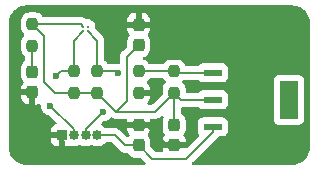
<source format=gbr>
%TF.GenerationSoftware,KiCad,Pcbnew,9.0.7*%
%TF.CreationDate,2026-01-29T16:33:12-08:00*%
%TF.ProjectId,Lab3,4c616233-2e6b-4696-9361-645f70636258,rev?*%
%TF.SameCoordinates,Original*%
%TF.FileFunction,Copper,L1,Top*%
%TF.FilePolarity,Positive*%
%FSLAX46Y46*%
G04 Gerber Fmt 4.6, Leading zero omitted, Abs format (unit mm)*
G04 Created by KiCad (PCBNEW 9.0.7) date 2026-01-29 16:33:12*
%MOMM*%
%LPD*%
G01*
G04 APERTURE LIST*
G04 Aperture macros list*
%AMRoundRect*
0 Rectangle with rounded corners*
0 $1 Rounding radius*
0 $2 $3 $4 $5 $6 $7 $8 $9 X,Y pos of 4 corners*
0 Add a 4 corners polygon primitive as box body*
4,1,4,$2,$3,$4,$5,$6,$7,$8,$9,$2,$3,0*
0 Add four circle primitives for the rounded corners*
1,1,$1+$1,$2,$3*
1,1,$1+$1,$4,$5*
1,1,$1+$1,$6,$7*
1,1,$1+$1,$8,$9*
0 Add four rect primitives between the rounded corners*
20,1,$1+$1,$2,$3,$4,$5,0*
20,1,$1+$1,$4,$5,$6,$7,0*
20,1,$1+$1,$6,$7,$8,$9,0*
20,1,$1+$1,$8,$9,$2,$3,0*%
G04 Aperture macros list end*
%TA.AperFunction,EtchedComponent*%
%ADD10C,0.000000*%
%TD*%
%TA.AperFunction,SMDPad,CuDef*%
%ADD11RoundRect,0.237500X-0.237500X0.250000X-0.237500X-0.250000X0.237500X-0.250000X0.237500X0.250000X0*%
%TD*%
%TA.AperFunction,SMDPad,CuDef*%
%ADD12RoundRect,0.237500X-0.237500X0.300000X-0.237500X-0.300000X0.237500X-0.300000X0.237500X0.300000X0*%
%TD*%
%TA.AperFunction,ComponentPad*%
%ADD13C,0.850000*%
%TD*%
%TA.AperFunction,ComponentPad*%
%ADD14R,0.850000X0.850000*%
%TD*%
%TA.AperFunction,SMDPad,CuDef*%
%ADD15RoundRect,0.237500X0.237500X-0.300000X0.237500X0.300000X-0.237500X0.300000X-0.237500X-0.300000X0*%
%TD*%
%TA.AperFunction,SMDPad,CuDef*%
%ADD16RoundRect,0.237500X0.237500X-0.250000X0.237500X0.250000X-0.237500X0.250000X-0.237500X-0.250000X0*%
%TD*%
%TA.AperFunction,SMDPad,CuDef*%
%ADD17C,0.203200*%
%TD*%
%TA.AperFunction,SMDPad,CuDef*%
%ADD18RoundRect,0.237500X0.237500X-0.287500X0.237500X0.287500X-0.237500X0.287500X-0.237500X-0.287500X0*%
%TD*%
%TA.AperFunction,SMDPad,CuDef*%
%ADD19R,1.549400X0.609600*%
%TD*%
%TA.AperFunction,ViaPad*%
%ADD20C,0.600000*%
%TD*%
%TA.AperFunction,Conductor*%
%ADD21C,0.200000*%
%TD*%
G04 APERTURE END LIST*
D10*
%TA.AperFunction,EtchedComponent*%
%TO.C,U1*%
G36*
X137500500Y-85125600D02*
G01*
X135951100Y-85125600D01*
X135951100Y-81874400D01*
X137500500Y-81874400D01*
X137500500Y-85125600D01*
G37*
%TD.AperFunction*%
%TD*%
D11*
%TO.P,R5,1*%
%TO.N,Net-(U1-ADJUST)*%
X127000000Y-81087500D03*
%TO.P,R5,2*%
%TO.N,+3V3*%
X127000000Y-82912500D03*
%TD*%
D12*
%TO.P,C3,2*%
%TO.N,GND*%
X127000000Y-87362500D03*
%TO.P,C3,1*%
%TO.N,+3V3*%
X127000000Y-85637500D03*
%TD*%
D13*
%TO.P,J1,4,Pin_4*%
%TO.N,VCC*%
X120500000Y-86500000D03*
%TO.P,J1,3,Pin_3*%
%TO.N,/SCL*%
X119500000Y-86500000D03*
%TO.P,J1,2,Pin_2*%
%TO.N,/SDA*%
X118500000Y-86500000D03*
D14*
%TO.P,J1,1,Pin_1*%
%TO.N,GND*%
X117500000Y-86500000D03*
%TD*%
D15*
%TO.P,C2,2*%
%TO.N,GND*%
X124000000Y-85637500D03*
%TO.P,C2,1*%
%TO.N,VCC*%
X124000000Y-87362500D03*
%TD*%
D16*
%TO.P,R4,1*%
%TO.N,GND*%
X124000000Y-82912500D03*
%TO.P,R4,2*%
%TO.N,Net-(U1-ADJUST)*%
X124000000Y-81087500D03*
%TD*%
%TO.P,R3,1*%
%TO.N,+3V3*%
X118500000Y-82912500D03*
%TO.P,R3,2*%
%TO.N,/SDA*%
X118500000Y-81087500D03*
%TD*%
%TO.P,R2,1*%
%TO.N,+3V3*%
X120500000Y-82912500D03*
%TO.P,R2,2*%
%TO.N,/SCL*%
X120500000Y-81087500D03*
%TD*%
D11*
%TO.P,R1,1*%
%TO.N,+3V3*%
X115000000Y-77087500D03*
%TO.P,R1,2*%
%TO.N,Net-(D1-A)*%
X115000000Y-78912500D03*
%TD*%
D12*
%TO.P,C1,1*%
%TO.N,GND*%
X124000000Y-77137500D03*
%TO.P,C1,2*%
%TO.N,+3V3*%
X124000000Y-78862500D03*
%TD*%
D17*
%TO.P,U2,B2,SDA*%
%TO.N,/SDA*%
X119300000Y-77700000D03*
%TO.P,U2,B1,VDD*%
%TO.N,+3V3*%
X119300000Y-77300000D03*
%TO.P,U2,A2,SCL*%
%TO.N,/SCL*%
X119700000Y-77700000D03*
%TO.P,U2,A1,VSA*%
%TO.N,GND*%
X119700000Y-77300000D03*
%TD*%
D18*
%TO.P,D1,2,A*%
%TO.N,Net-(D1-A)*%
X115000000Y-81125000D03*
%TO.P,D1,1,K*%
%TO.N,GND*%
X115000000Y-82875000D03*
%TD*%
D19*
%TO.P,U1,1,ADJUST*%
%TO.N,Net-(U1-ADJUST)*%
X130274200Y-81201300D03*
%TO.P,U1,2,VOUT*%
%TO.N,+3V3*%
X130274200Y-83500000D03*
%TO.P,U1,3,VIN*%
%TO.N,VCC*%
X130274200Y-85798700D03*
%TD*%
D20*
%TO.N,GND*%
X125500000Y-82500000D03*
%TO.N,/SCL*%
X122250000Y-81250000D03*
%TO.N,/SDA*%
X117000000Y-81500000D03*
X116500000Y-84000000D03*
%TO.N,/SCL*%
X121000000Y-84500000D03*
%TD*%
D21*
%TO.N,GND*%
X125087500Y-82912500D02*
X125500000Y-82500000D01*
X124000000Y-82912500D02*
X125087500Y-82912500D01*
%TO.N,+3V3*%
X125412500Y-84500000D02*
X122087500Y-84500000D01*
X120500000Y-82912500D02*
X118500000Y-82912500D01*
%TO.N,/SDA*%
X118500000Y-81087500D02*
X117412500Y-81087500D01*
X118500000Y-86000000D02*
X118500000Y-86500000D01*
X117412500Y-81087500D02*
X117000000Y-81500000D01*
X116500000Y-84000000D02*
X118500000Y-86000000D01*
%TO.N,+3V3*%
X116912500Y-82912500D02*
X116000000Y-82000000D01*
X118500000Y-82912500D02*
X116912500Y-82912500D01*
X116000000Y-82000000D02*
X116000000Y-78087500D01*
X116000000Y-78087500D02*
X115000000Y-77087500D01*
%TO.N,/SDA*%
X118500000Y-81087500D02*
X118500000Y-78500000D01*
X118500000Y-78500000D02*
X119297400Y-77702600D01*
%TO.N,/SCL*%
X120500000Y-81087500D02*
X120500000Y-78500000D01*
X120500000Y-78500000D02*
X119702600Y-77702600D01*
%TO.N,+3V3*%
X127000000Y-82912500D02*
X125412500Y-84500000D01*
X122087500Y-84500000D02*
X120500000Y-82912500D01*
X115000000Y-77087500D02*
X119087500Y-77087500D01*
%TO.N,Net-(D1-A)*%
X115000000Y-78912500D02*
X115000000Y-81125000D01*
%TO.N,+3V3*%
X119087500Y-77087500D02*
X119297400Y-77297400D01*
%TO.N,GND*%
X127000000Y-87362500D02*
X126362500Y-87362500D01*
X126362500Y-87362500D02*
X124637500Y-85637500D01*
X124637500Y-85637500D02*
X124000000Y-85637500D01*
%TO.N,VCC*%
X130274200Y-86225800D02*
X128000000Y-88500000D01*
X130274200Y-85798700D02*
X130274200Y-86225800D01*
X128000000Y-88500000D02*
X125137500Y-88500000D01*
X125137500Y-88500000D02*
X124000000Y-87362500D01*
%TO.N,+3V3*%
X127000000Y-85637500D02*
X127000000Y-82912500D01*
X130274200Y-83500000D02*
X127587500Y-83500000D01*
%TO.N,VCC*%
X120500000Y-86500000D02*
X122000000Y-86500000D01*
X122862500Y-87362500D02*
X124000000Y-87362500D01*
X122000000Y-86500000D02*
X122862500Y-87362500D01*
%TO.N,GND*%
X124000000Y-77137500D02*
X123859900Y-76997400D01*
%TO.N,+3V3*%
X127587500Y-83500000D02*
X127000000Y-82912500D01*
%TO.N,Net-(U1-ADJUST)*%
X127000000Y-81087500D02*
X124000000Y-81087500D01*
X130274200Y-81201300D02*
X127113800Y-81201300D01*
X127113800Y-81201300D02*
X127000000Y-81087500D01*
%TO.N,/SCL*%
X119500000Y-86000000D02*
X121000000Y-84500000D01*
X119500000Y-86500000D02*
X119500000Y-86000000D01*
X122250000Y-81250000D02*
X122087500Y-81087500D01*
X122087500Y-81087500D02*
X120500000Y-81087500D01*
%TO.N,+3V3*%
X123000000Y-83587500D02*
X122087500Y-84500000D01*
X123000000Y-79862500D02*
X123000000Y-83587500D01*
X124000000Y-78862500D02*
X123000000Y-79862500D01*
%TD*%
%TA.AperFunction,Conductor*%
%TO.N,GND*%
G36*
X137004418Y-75500816D02*
G01*
X137204561Y-75515130D01*
X137222063Y-75517647D01*
X137413797Y-75559355D01*
X137430755Y-75564334D01*
X137614609Y-75632909D01*
X137630701Y-75640259D01*
X137802904Y-75734288D01*
X137817784Y-75743849D01*
X137974867Y-75861441D01*
X137988237Y-75873027D01*
X138126972Y-76011762D01*
X138138558Y-76025132D01*
X138242926Y-76164551D01*
X138256146Y-76182210D01*
X138265711Y-76197095D01*
X138359740Y-76369298D01*
X138367090Y-76385390D01*
X138435662Y-76569236D01*
X138440646Y-76586212D01*
X138482351Y-76777931D01*
X138484869Y-76795442D01*
X138499184Y-76995580D01*
X138499500Y-77004427D01*
X138499500Y-87495572D01*
X138499184Y-87504419D01*
X138484869Y-87704557D01*
X138482351Y-87722068D01*
X138440646Y-87913787D01*
X138435662Y-87930763D01*
X138367090Y-88114609D01*
X138359740Y-88130701D01*
X138265711Y-88302904D01*
X138256146Y-88317789D01*
X138138558Y-88474867D01*
X138126972Y-88488237D01*
X137988237Y-88626972D01*
X137974867Y-88638558D01*
X137817789Y-88756146D01*
X137802904Y-88765711D01*
X137630701Y-88859740D01*
X137614609Y-88867090D01*
X137430763Y-88935662D01*
X137413787Y-88940646D01*
X137222068Y-88982351D01*
X137204557Y-88984869D01*
X137023779Y-88997799D01*
X137004417Y-88999184D01*
X136995572Y-88999500D01*
X128649096Y-88999500D01*
X128582057Y-88979815D01*
X128536302Y-88927011D01*
X128526358Y-88857853D01*
X128555383Y-88794297D01*
X128561415Y-88787819D01*
X129586337Y-87762897D01*
X130642913Y-86706321D01*
X130642916Y-86706320D01*
X130708919Y-86640315D01*
X130761111Y-86611818D01*
X130770240Y-86606833D01*
X130770241Y-86606832D01*
X130770246Y-86606832D01*
X130796599Y-86603999D01*
X131096771Y-86603999D01*
X131096772Y-86603999D01*
X131156383Y-86597591D01*
X131291231Y-86547296D01*
X131406446Y-86461046D01*
X131492696Y-86345831D01*
X131542991Y-86210983D01*
X131549400Y-86151373D01*
X131549399Y-85446028D01*
X131544199Y-85397657D01*
X131542991Y-85386416D01*
X131492697Y-85251571D01*
X131492693Y-85251564D01*
X131406447Y-85136355D01*
X131406444Y-85136352D01*
X131291235Y-85050106D01*
X131291228Y-85050102D01*
X131156382Y-84999808D01*
X131156383Y-84999808D01*
X131096783Y-84993401D01*
X131096781Y-84993400D01*
X131096773Y-84993400D01*
X131096764Y-84993400D01*
X129451629Y-84993400D01*
X129451623Y-84993401D01*
X129392016Y-84999808D01*
X129257171Y-85050102D01*
X129257164Y-85050106D01*
X129141955Y-85136352D01*
X129141952Y-85136355D01*
X129055706Y-85251564D01*
X129055702Y-85251571D01*
X129005410Y-85386413D01*
X129005409Y-85386417D01*
X128999000Y-85446027D01*
X128999000Y-85446034D01*
X128999000Y-85446035D01*
X128999000Y-86151370D01*
X128999001Y-86151376D01*
X129005408Y-86210983D01*
X129055702Y-86345828D01*
X129055704Y-86345831D01*
X129098011Y-86402346D01*
X129122428Y-86467810D01*
X129107576Y-86536083D01*
X129086425Y-86564338D01*
X128074582Y-87576181D01*
X128013259Y-87609666D01*
X127986901Y-87612500D01*
X126025001Y-87612500D01*
X126025001Y-87711652D01*
X126030237Y-87762897D01*
X126017468Y-87831590D01*
X125969588Y-87882475D01*
X125906879Y-87899500D01*
X125437597Y-87899500D01*
X125370558Y-87879815D01*
X125349916Y-87863181D01*
X125011818Y-87525083D01*
X124978333Y-87463760D01*
X124975499Y-87437402D01*
X124975499Y-87013330D01*
X124975498Y-87013313D01*
X124965174Y-86912247D01*
X124910908Y-86748484D01*
X124820340Y-86601650D01*
X124806017Y-86587327D01*
X124772532Y-86526004D01*
X124777516Y-86456312D01*
X124806021Y-86411960D01*
X124819947Y-86398035D01*
X124910448Y-86251311D01*
X124910453Y-86251300D01*
X124964680Y-86087652D01*
X124974999Y-85986654D01*
X124975000Y-85986641D01*
X124975000Y-85887500D01*
X123025001Y-85887500D01*
X123025001Y-85986654D01*
X123035319Y-86087652D01*
X123089546Y-86251300D01*
X123089551Y-86251311D01*
X123180052Y-86398034D01*
X123180055Y-86398038D01*
X123193982Y-86411965D01*
X123195459Y-86414670D01*
X123198091Y-86416276D01*
X123212096Y-86445138D01*
X123227467Y-86473288D01*
X123227247Y-86476362D01*
X123228593Y-86479136D01*
X123224771Y-86510981D01*
X123222483Y-86542980D01*
X123220524Y-86546370D01*
X123220268Y-86548508D01*
X123213609Y-86558340D01*
X123201886Y-86578637D01*
X123198139Y-86583170D01*
X123179660Y-86601650D01*
X123170218Y-86616957D01*
X123164757Y-86623566D01*
X123142619Y-86638534D01*
X123122754Y-86656400D01*
X123114123Y-86657803D01*
X123106878Y-86662703D01*
X123080162Y-86663327D01*
X123053791Y-86667617D01*
X123045770Y-86664131D01*
X123037027Y-86664336D01*
X123014216Y-86650418D01*
X122989711Y-86639769D01*
X122981491Y-86632256D01*
X122487590Y-86138355D01*
X122487588Y-86138352D01*
X122368717Y-86019481D01*
X122368716Y-86019480D01*
X122281904Y-85969360D01*
X122281904Y-85969359D01*
X122281900Y-85969358D01*
X122231785Y-85940423D01*
X122079057Y-85899499D01*
X121920943Y-85899499D01*
X121913347Y-85899499D01*
X121913331Y-85899500D01*
X121259717Y-85899500D01*
X121192678Y-85879815D01*
X121172040Y-85863185D01*
X121089972Y-85781117D01*
X121089971Y-85781116D01*
X121089969Y-85781114D01*
X121089967Y-85781113D01*
X120938391Y-85679833D01*
X120938387Y-85679831D01*
X120919639Y-85672066D01*
X120894097Y-85651483D01*
X120867824Y-85631815D01*
X120867022Y-85629665D01*
X120865235Y-85628225D01*
X120854872Y-85597090D01*
X120843407Y-85566351D01*
X120843894Y-85564108D01*
X120843170Y-85561931D01*
X120851285Y-85530135D01*
X120858259Y-85498078D01*
X120860092Y-85495628D01*
X120860449Y-85494232D01*
X120879410Y-85469824D01*
X120892604Y-85456630D01*
X121014661Y-85334572D01*
X121075983Y-85301089D01*
X121078150Y-85300638D01*
X121140115Y-85288312D01*
X121233497Y-85269737D01*
X121379179Y-85209394D01*
X121510289Y-85121789D01*
X121608885Y-85023192D01*
X121633325Y-85009847D01*
X121656005Y-84993696D01*
X121663564Y-84993335D01*
X121670206Y-84989709D01*
X121697977Y-84991695D01*
X121725795Y-84990369D01*
X121735878Y-84994405D01*
X121739898Y-84994693D01*
X121758561Y-85003486D01*
X121793196Y-85023481D01*
X121793200Y-85023485D01*
X121793201Y-85023484D01*
X121855715Y-85059577D01*
X122008443Y-85100501D01*
X122008446Y-85100501D01*
X122174153Y-85100501D01*
X122174169Y-85100500D01*
X122906878Y-85100500D01*
X122973917Y-85120185D01*
X123019672Y-85172989D01*
X123030236Y-85237103D01*
X123025000Y-85288345D01*
X123025000Y-85387500D01*
X124974999Y-85387500D01*
X124974999Y-85288360D01*
X124974998Y-85288347D01*
X124969763Y-85237103D01*
X124972565Y-85222028D01*
X124970383Y-85206853D01*
X124978820Y-85188377D01*
X124982532Y-85168410D01*
X124993038Y-85157243D01*
X124999408Y-85143297D01*
X125016493Y-85132316D01*
X125030412Y-85117525D01*
X125046165Y-85113248D01*
X125058186Y-85105523D01*
X125093121Y-85100500D01*
X125325831Y-85100500D01*
X125325847Y-85100501D01*
X125333443Y-85100501D01*
X125491554Y-85100501D01*
X125491557Y-85100501D01*
X125644285Y-85059577D01*
X125706799Y-85023484D01*
X125781216Y-84980520D01*
X125893020Y-84868716D01*
X125893020Y-84868714D01*
X125903224Y-84858511D01*
X125903227Y-84858506D01*
X125903672Y-84858061D01*
X125964993Y-84824578D01*
X126034685Y-84829562D01*
X126090618Y-84871434D01*
X126115035Y-84936898D01*
X126100183Y-85005171D01*
X126096892Y-85010838D01*
X126089094Y-85023481D01*
X126089091Y-85023486D01*
X126080271Y-85050104D01*
X126034826Y-85187247D01*
X126034826Y-85187248D01*
X126034825Y-85187248D01*
X126024500Y-85288315D01*
X126024500Y-85986669D01*
X126024501Y-85986687D01*
X126034825Y-86087752D01*
X126071109Y-86197249D01*
X126089020Y-86251300D01*
X126089092Y-86251515D01*
X126089093Y-86251518D01*
X126123395Y-86307129D01*
X126179659Y-86398349D01*
X126179661Y-86398351D01*
X126193982Y-86412672D01*
X126227467Y-86473995D01*
X126222483Y-86543687D01*
X126193985Y-86588032D01*
X126180052Y-86601965D01*
X126089551Y-86748688D01*
X126089546Y-86748699D01*
X126035319Y-86912347D01*
X126025000Y-87013345D01*
X126025000Y-87112500D01*
X127974999Y-87112500D01*
X127974999Y-87013360D01*
X127974998Y-87013345D01*
X127964680Y-86912347D01*
X127910453Y-86748699D01*
X127910448Y-86748688D01*
X127819947Y-86601965D01*
X127819944Y-86601961D01*
X127806017Y-86588034D01*
X127772532Y-86526711D01*
X127777516Y-86457019D01*
X127806017Y-86412672D01*
X127820340Y-86398350D01*
X127910908Y-86251516D01*
X127965174Y-86087753D01*
X127975500Y-85986677D01*
X127975499Y-85288324D01*
X127973600Y-85269738D01*
X127965174Y-85187247D01*
X127958932Y-85168410D01*
X127910908Y-85023484D01*
X127820340Y-84876650D01*
X127698350Y-84754660D01*
X127698349Y-84754659D01*
X127659402Y-84730636D01*
X127612678Y-84678687D01*
X127600500Y-84625098D01*
X127600500Y-84224500D01*
X127620185Y-84157461D01*
X127672989Y-84111706D01*
X127724500Y-84100500D01*
X129033587Y-84100500D01*
X129100626Y-84120185D01*
X129132851Y-84150186D01*
X129141954Y-84162346D01*
X129188143Y-84196923D01*
X129257164Y-84248593D01*
X129257171Y-84248597D01*
X129392017Y-84298891D01*
X129392016Y-84298891D01*
X129398944Y-84299635D01*
X129451627Y-84305300D01*
X131096772Y-84305299D01*
X131156383Y-84298891D01*
X131291231Y-84248596D01*
X131406446Y-84162346D01*
X131492696Y-84047131D01*
X131542991Y-83912283D01*
X131549400Y-83852673D01*
X131549399Y-83147328D01*
X131542991Y-83087717D01*
X131524634Y-83038500D01*
X131492697Y-82952871D01*
X131492693Y-82952864D01*
X131406447Y-82837655D01*
X131406444Y-82837652D01*
X131291235Y-82751406D01*
X131291228Y-82751402D01*
X131156382Y-82701108D01*
X131156383Y-82701108D01*
X131096783Y-82694701D01*
X131096781Y-82694700D01*
X131096773Y-82694700D01*
X131096764Y-82694700D01*
X129451629Y-82694700D01*
X129451623Y-82694701D01*
X129392016Y-82701108D01*
X129257171Y-82751402D01*
X129257164Y-82751406D01*
X129141956Y-82837652D01*
X129141955Y-82837653D01*
X129141954Y-82837654D01*
X129132852Y-82849812D01*
X129076920Y-82891682D01*
X129033587Y-82899500D01*
X128099499Y-82899500D01*
X128032460Y-82879815D01*
X127986705Y-82827011D01*
X127975499Y-82775500D01*
X127975499Y-82613330D01*
X127975498Y-82613313D01*
X127965174Y-82512247D01*
X127954661Y-82480521D01*
X127910908Y-82348484D01*
X127820340Y-82201650D01*
X127706371Y-82087681D01*
X127702032Y-82079735D01*
X127694785Y-82074310D01*
X127685550Y-82049550D01*
X127672886Y-82026358D01*
X127673531Y-82017328D01*
X127670368Y-82008846D01*
X127675984Y-81983025D01*
X127677870Y-81956666D01*
X127683688Y-81947612D01*
X127685220Y-81940573D01*
X127706371Y-81912319D01*
X127780571Y-81838119D01*
X127841894Y-81804634D01*
X127868252Y-81801800D01*
X129033587Y-81801800D01*
X129100626Y-81821485D01*
X129132851Y-81851486D01*
X129141954Y-81863646D01*
X129188143Y-81898223D01*
X129257164Y-81949893D01*
X129257171Y-81949897D01*
X129392017Y-82000191D01*
X129392016Y-82000191D01*
X129398944Y-82000935D01*
X129451627Y-82006600D01*
X131096772Y-82006599D01*
X131156383Y-82000191D01*
X131291231Y-81949896D01*
X131392082Y-81874399D01*
X135445600Y-81874399D01*
X135445600Y-85125602D01*
X135450744Y-85197540D01*
X135491282Y-85335594D01*
X135569067Y-85456630D01*
X135569071Y-85456634D01*
X135636589Y-85515139D01*
X135677806Y-85550854D01*
X135704582Y-85563082D01*
X135808680Y-85610623D01*
X135808683Y-85610623D01*
X135808684Y-85610624D01*
X135951100Y-85631100D01*
X135951103Y-85631100D01*
X137500500Y-85631100D01*
X137572440Y-85625955D01*
X137710492Y-85585419D01*
X137831532Y-85507631D01*
X137925754Y-85398894D01*
X137985524Y-85268016D01*
X138006000Y-85125600D01*
X138006000Y-81874400D01*
X138001284Y-81808462D01*
X138000855Y-81802459D01*
X137988472Y-81760289D01*
X137960319Y-81664408D01*
X137894989Y-81562753D01*
X137882532Y-81543369D01*
X137882528Y-81543365D01*
X137773799Y-81449150D01*
X137773797Y-81449148D01*
X137773794Y-81449146D01*
X137773790Y-81449144D01*
X137642919Y-81389376D01*
X137642914Y-81389375D01*
X137500500Y-81368900D01*
X135951100Y-81368900D01*
X135951097Y-81368900D01*
X135879159Y-81374044D01*
X135741105Y-81414582D01*
X135620069Y-81492367D01*
X135620065Y-81492371D01*
X135525850Y-81601100D01*
X135525844Y-81601109D01*
X135466076Y-81731980D01*
X135466075Y-81731985D01*
X135445600Y-81874399D01*
X131392082Y-81874399D01*
X131406446Y-81863646D01*
X131438008Y-81821485D01*
X131457341Y-81795660D01*
X131492693Y-81748435D01*
X131492692Y-81748435D01*
X131492696Y-81748431D01*
X131542991Y-81613583D01*
X131549400Y-81553973D01*
X131549399Y-80848628D01*
X131542991Y-80789017D01*
X131542732Y-80788323D01*
X131492697Y-80654171D01*
X131492693Y-80654164D01*
X131406447Y-80538955D01*
X131406444Y-80538952D01*
X131291235Y-80452706D01*
X131291228Y-80452702D01*
X131156382Y-80402408D01*
X131156383Y-80402408D01*
X131096783Y-80396001D01*
X131096781Y-80396000D01*
X131096773Y-80396000D01*
X131096764Y-80396000D01*
X129451629Y-80396000D01*
X129451623Y-80396001D01*
X129392016Y-80402408D01*
X129257171Y-80452702D01*
X129257164Y-80452706D01*
X129141956Y-80538952D01*
X129141955Y-80538953D01*
X129141954Y-80538954D01*
X129132852Y-80551112D01*
X129076920Y-80592982D01*
X129033587Y-80600800D01*
X128025957Y-80600800D01*
X127958918Y-80581115D01*
X127913572Y-80529199D01*
X127910909Y-80523487D01*
X127910908Y-80523484D01*
X127820340Y-80376650D01*
X127698350Y-80254660D01*
X127551516Y-80164092D01*
X127387753Y-80109826D01*
X127387751Y-80109825D01*
X127286678Y-80099500D01*
X126713330Y-80099500D01*
X126713312Y-80099501D01*
X126612247Y-80109825D01*
X126448484Y-80164092D01*
X126448481Y-80164093D01*
X126301648Y-80254661D01*
X126179659Y-80376650D01*
X126147928Y-80428096D01*
X126095980Y-80474821D01*
X126042389Y-80487000D01*
X124957611Y-80487000D01*
X124890572Y-80467315D01*
X124852072Y-80428096D01*
X124820340Y-80376650D01*
X124698351Y-80254661D01*
X124698350Y-80254660D01*
X124551516Y-80164092D01*
X124411530Y-80117705D01*
X124354087Y-80077933D01*
X124327264Y-80013417D01*
X124339579Y-79944642D01*
X124387122Y-79893442D01*
X124411529Y-79882295D01*
X124551516Y-79835908D01*
X124698350Y-79745340D01*
X124820340Y-79623350D01*
X124910908Y-79476516D01*
X124965174Y-79312753D01*
X124975500Y-79211677D01*
X124975499Y-78513324D01*
X124966062Y-78420945D01*
X124965174Y-78412247D01*
X124962253Y-78403431D01*
X124910908Y-78248484D01*
X124820340Y-78101650D01*
X124806017Y-78087327D01*
X124772532Y-78026004D01*
X124777516Y-77956312D01*
X124806021Y-77911960D01*
X124819947Y-77898035D01*
X124910448Y-77751311D01*
X124910453Y-77751300D01*
X124964680Y-77587652D01*
X124974999Y-77486654D01*
X124975000Y-77486641D01*
X124975000Y-77387500D01*
X123025001Y-77387500D01*
X123025001Y-77486654D01*
X123035319Y-77587652D01*
X123089546Y-77751300D01*
X123089551Y-77751311D01*
X123180052Y-77898034D01*
X123180055Y-77898038D01*
X123193982Y-77911965D01*
X123227467Y-77973288D01*
X123222483Y-78042980D01*
X123193984Y-78087325D01*
X123179661Y-78101648D01*
X123089093Y-78248481D01*
X123089091Y-78248486D01*
X123061719Y-78331088D01*
X123034826Y-78412247D01*
X123034826Y-78412248D01*
X123034825Y-78412248D01*
X123024500Y-78513315D01*
X123024500Y-78937401D01*
X123004815Y-79004440D01*
X122988181Y-79025082D01*
X122631286Y-79381978D01*
X122519481Y-79493782D01*
X122519479Y-79493785D01*
X122469361Y-79580594D01*
X122469359Y-79580596D01*
X122440425Y-79630709D01*
X122440424Y-79630710D01*
X122440423Y-79630715D01*
X122399499Y-79783443D01*
X122399499Y-79783445D01*
X122399499Y-79951546D01*
X122399500Y-79951559D01*
X122399500Y-80325500D01*
X122379815Y-80392539D01*
X122327011Y-80438294D01*
X122275500Y-80449500D01*
X122171155Y-80449500D01*
X122016509Y-80480261D01*
X122011891Y-80481662D01*
X121975899Y-80487000D01*
X121457611Y-80487000D01*
X121390572Y-80467315D01*
X121352072Y-80428096D01*
X121320340Y-80376650D01*
X121198349Y-80254659D01*
X121159402Y-80230636D01*
X121112678Y-80178687D01*
X121100500Y-80125098D01*
X121100500Y-78589059D01*
X121100501Y-78589046D01*
X121100501Y-78420945D01*
X121100501Y-78420943D01*
X121059577Y-78268215D01*
X121000885Y-78166558D01*
X120980520Y-78131284D01*
X120868716Y-78019480D01*
X120868713Y-78019478D01*
X120336328Y-77487093D01*
X120302843Y-77425770D01*
X120301070Y-77383223D01*
X120301600Y-77379198D01*
X120301600Y-77220800D01*
X120301599Y-77220798D01*
X120260601Y-77067791D01*
X120260600Y-77067788D01*
X120181398Y-76930607D01*
X120069392Y-76818601D01*
X120016987Y-76788345D01*
X123025000Y-76788345D01*
X123025000Y-76887500D01*
X123750000Y-76887500D01*
X124250000Y-76887500D01*
X124974999Y-76887500D01*
X124974999Y-76788360D01*
X124974998Y-76788345D01*
X124964680Y-76687347D01*
X124910453Y-76523699D01*
X124910448Y-76523688D01*
X124819947Y-76376965D01*
X124819944Y-76376961D01*
X124698038Y-76255055D01*
X124698034Y-76255052D01*
X124551311Y-76164551D01*
X124551300Y-76164546D01*
X124387652Y-76110319D01*
X124286654Y-76100000D01*
X124250000Y-76100000D01*
X124250000Y-76887500D01*
X123750000Y-76887500D01*
X123750000Y-76100000D01*
X123713361Y-76100000D01*
X123713343Y-76100001D01*
X123612347Y-76110319D01*
X123448699Y-76164546D01*
X123448688Y-76164551D01*
X123301965Y-76255052D01*
X123301961Y-76255055D01*
X123180055Y-76376961D01*
X123180052Y-76376965D01*
X123089551Y-76523688D01*
X123089546Y-76523699D01*
X123035319Y-76687347D01*
X123025000Y-76788345D01*
X120016987Y-76788345D01*
X119932211Y-76739399D01*
X119932208Y-76739398D01*
X119779201Y-76698400D01*
X119620794Y-76698400D01*
X119616766Y-76698930D01*
X119613369Y-76698400D01*
X119612671Y-76698400D01*
X119612671Y-76698291D01*
X119547731Y-76688160D01*
X119526328Y-76675295D01*
X119519202Y-76669966D01*
X119456216Y-76606980D01*
X119369404Y-76556860D01*
X119319285Y-76527923D01*
X119166557Y-76486999D01*
X119008443Y-76486999D01*
X119000847Y-76486999D01*
X119000831Y-76487000D01*
X115957611Y-76487000D01*
X115890572Y-76467315D01*
X115852072Y-76428096D01*
X115820340Y-76376650D01*
X115698351Y-76254661D01*
X115698350Y-76254660D01*
X115580890Y-76182210D01*
X115551518Y-76164093D01*
X115551513Y-76164091D01*
X115550069Y-76163612D01*
X115387753Y-76109826D01*
X115387751Y-76109825D01*
X115286678Y-76099500D01*
X114713330Y-76099500D01*
X114713312Y-76099501D01*
X114612247Y-76109825D01*
X114448484Y-76164092D01*
X114448481Y-76164093D01*
X114301648Y-76254661D01*
X114179661Y-76376648D01*
X114089093Y-76523481D01*
X114089091Y-76523486D01*
X114078032Y-76556860D01*
X114034826Y-76687247D01*
X114034826Y-76687248D01*
X114034825Y-76687248D01*
X114024500Y-76788315D01*
X114024500Y-77386669D01*
X114024501Y-77386687D01*
X114034825Y-77487752D01*
X114089092Y-77651515D01*
X114089093Y-77651518D01*
X114113970Y-77691849D01*
X114174492Y-77789972D01*
X114179661Y-77798351D01*
X114293629Y-77912319D01*
X114327114Y-77973642D01*
X114322130Y-78043334D01*
X114293629Y-78087681D01*
X114179661Y-78201648D01*
X114089093Y-78348481D01*
X114089092Y-78348484D01*
X114034826Y-78512247D01*
X114034826Y-78512248D01*
X114034825Y-78512248D01*
X114024500Y-78613315D01*
X114024500Y-79211669D01*
X114024501Y-79211687D01*
X114034825Y-79312752D01*
X114089092Y-79476515D01*
X114089093Y-79476518D01*
X114123395Y-79532129D01*
X114179660Y-79623350D01*
X114301650Y-79745340D01*
X114340597Y-79769362D01*
X114387320Y-79821307D01*
X114399500Y-79874900D01*
X114399500Y-80125098D01*
X114379815Y-80192137D01*
X114340598Y-80230636D01*
X114301650Y-80254659D01*
X114179661Y-80376648D01*
X114089093Y-80523481D01*
X114089091Y-80523486D01*
X114063472Y-80600800D01*
X114034826Y-80687247D01*
X114034826Y-80687248D01*
X114034825Y-80687248D01*
X114024500Y-80788315D01*
X114024500Y-81461669D01*
X114024501Y-81461687D01*
X114034825Y-81562752D01*
X114047533Y-81601100D01*
X114085948Y-81717029D01*
X114089092Y-81726515D01*
X114089093Y-81726518D01*
X114109923Y-81760289D01*
X114178697Y-81871789D01*
X114179661Y-81873351D01*
X114218982Y-81912672D01*
X114252467Y-81973995D01*
X114247483Y-82043687D01*
X114218983Y-82088033D01*
X114180055Y-82126961D01*
X114180052Y-82126965D01*
X114089551Y-82273688D01*
X114089546Y-82273699D01*
X114035319Y-82437347D01*
X114025000Y-82538345D01*
X114025000Y-82625000D01*
X114876000Y-82625000D01*
X114943039Y-82644685D01*
X114988794Y-82697489D01*
X115000000Y-82749000D01*
X115000000Y-82875000D01*
X115126000Y-82875000D01*
X115193039Y-82894685D01*
X115238794Y-82947489D01*
X115250000Y-82999000D01*
X115250000Y-83899999D01*
X115286640Y-83899999D01*
X115286654Y-83899998D01*
X115387652Y-83889680D01*
X115536496Y-83840359D01*
X115606325Y-83837957D01*
X115666366Y-83873689D01*
X115697559Y-83936209D01*
X115699500Y-83958065D01*
X115699500Y-84078846D01*
X115730261Y-84233489D01*
X115730264Y-84233501D01*
X115790602Y-84379172D01*
X115790609Y-84379185D01*
X115878210Y-84510288D01*
X115878213Y-84510292D01*
X115989707Y-84621786D01*
X115989711Y-84621789D01*
X116120814Y-84709390D01*
X116120827Y-84709397D01*
X116266498Y-84769735D01*
X116266503Y-84769737D01*
X116331147Y-84782595D01*
X116421849Y-84800638D01*
X116483760Y-84833023D01*
X116485339Y-84834574D01*
X117024378Y-85373613D01*
X117057863Y-85434936D01*
X117052879Y-85504628D01*
X117011007Y-85560561D01*
X116974497Y-85577633D01*
X116974892Y-85578691D01*
X116832913Y-85631645D01*
X116832906Y-85631649D01*
X116717812Y-85717809D01*
X116717809Y-85717812D01*
X116631649Y-85832906D01*
X116631645Y-85832913D01*
X116581403Y-85967620D01*
X116581401Y-85967627D01*
X116575000Y-86027155D01*
X116575000Y-86250000D01*
X117376000Y-86250000D01*
X117419461Y-86262761D01*
X117358386Y-86288060D01*
X117288060Y-86358386D01*
X117250000Y-86450272D01*
X117250000Y-86549728D01*
X117288060Y-86641614D01*
X117358386Y-86711940D01*
X117450272Y-86750000D01*
X117549728Y-86750000D01*
X117601805Y-86728429D01*
X117610065Y-86769952D01*
X117610068Y-86769962D01*
X117679829Y-86938382D01*
X117679836Y-86938394D01*
X117729102Y-87012125D01*
X117749980Y-87078802D01*
X117750000Y-87081016D01*
X117750000Y-87425000D01*
X117972828Y-87425000D01*
X117972844Y-87424999D01*
X118032372Y-87418598D01*
X118032376Y-87418597D01*
X118127088Y-87383272D01*
X118196780Y-87378288D01*
X118217872Y-87384892D01*
X118230042Y-87389933D01*
X118230046Y-87389933D01*
X118230047Y-87389934D01*
X118408843Y-87425500D01*
X118408846Y-87425500D01*
X118591156Y-87425500D01*
X118711445Y-87401572D01*
X118769958Y-87389933D01*
X118938389Y-87320167D01*
X118938394Y-87320163D01*
X118941541Y-87318482D01*
X118943386Y-87318097D01*
X118944018Y-87317836D01*
X118944067Y-87317955D01*
X119009943Y-87304236D01*
X119058459Y-87318482D01*
X119061615Y-87320169D01*
X119177945Y-87368354D01*
X119230042Y-87389933D01*
X119230046Y-87389933D01*
X119230047Y-87389934D01*
X119408843Y-87425500D01*
X119408846Y-87425500D01*
X119591156Y-87425500D01*
X119711445Y-87401572D01*
X119769958Y-87389933D01*
X119938389Y-87320167D01*
X119938394Y-87320163D01*
X119941541Y-87318482D01*
X119943386Y-87318097D01*
X119944018Y-87317836D01*
X119944067Y-87317955D01*
X120009943Y-87304236D01*
X120058459Y-87318482D01*
X120061615Y-87320169D01*
X120177945Y-87368354D01*
X120230042Y-87389933D01*
X120230046Y-87389933D01*
X120230047Y-87389934D01*
X120408843Y-87425500D01*
X120408846Y-87425500D01*
X120591156Y-87425500D01*
X120711445Y-87401572D01*
X120769958Y-87389933D01*
X120882245Y-87343422D01*
X120938387Y-87320168D01*
X120938391Y-87320166D01*
X121013672Y-87269864D01*
X121089972Y-87218883D01*
X121172037Y-87136817D01*
X121233358Y-87103334D01*
X121259717Y-87100500D01*
X121699903Y-87100500D01*
X121766942Y-87120185D01*
X121787584Y-87136819D01*
X122377639Y-87726874D01*
X122377649Y-87726885D01*
X122381979Y-87731215D01*
X122381980Y-87731216D01*
X122493784Y-87843020D01*
X122528705Y-87863181D01*
X122580595Y-87893139D01*
X122580597Y-87893141D01*
X122630713Y-87922076D01*
X122630715Y-87922077D01*
X122783442Y-87963000D01*
X122783443Y-87963000D01*
X123011548Y-87963000D01*
X123078587Y-87982685D01*
X123117086Y-88021903D01*
X123179657Y-88123346D01*
X123179660Y-88123350D01*
X123301650Y-88245340D01*
X123448484Y-88335908D01*
X123612247Y-88390174D01*
X123713323Y-88400500D01*
X124137402Y-88400499D01*
X124204441Y-88420183D01*
X124225083Y-88436818D01*
X124576084Y-88787819D01*
X124609569Y-88849142D01*
X124604585Y-88918834D01*
X124562713Y-88974767D01*
X124497249Y-88999184D01*
X124488403Y-88999500D01*
X114504428Y-88999500D01*
X114495582Y-88999184D01*
X114473622Y-88997613D01*
X114295442Y-88984869D01*
X114277931Y-88982351D01*
X114086212Y-88940646D01*
X114069236Y-88935662D01*
X113885390Y-88867090D01*
X113869298Y-88859740D01*
X113697095Y-88765711D01*
X113682210Y-88756146D01*
X113525132Y-88638558D01*
X113511762Y-88626972D01*
X113373027Y-88488237D01*
X113361441Y-88474867D01*
X113320505Y-88420183D01*
X113243849Y-88317784D01*
X113234288Y-88302904D01*
X113140259Y-88130701D01*
X113132909Y-88114609D01*
X113098331Y-88021903D01*
X113064334Y-87930755D01*
X113059355Y-87913797D01*
X113017647Y-87722063D01*
X113015130Y-87704556D01*
X113008343Y-87609666D01*
X113000816Y-87504418D01*
X113000500Y-87495572D01*
X113000500Y-86972844D01*
X116575000Y-86972844D01*
X116581401Y-87032372D01*
X116581403Y-87032379D01*
X116631645Y-87167086D01*
X116631649Y-87167093D01*
X116717809Y-87282187D01*
X116717812Y-87282190D01*
X116832906Y-87368350D01*
X116832913Y-87368354D01*
X116967620Y-87418596D01*
X116967627Y-87418598D01*
X117027155Y-87424999D01*
X117027172Y-87425000D01*
X117250000Y-87425000D01*
X117250000Y-86750000D01*
X116575000Y-86750000D01*
X116575000Y-86972844D01*
X113000500Y-86972844D01*
X113000500Y-83211654D01*
X114025001Y-83211654D01*
X114035319Y-83312652D01*
X114089546Y-83476300D01*
X114089551Y-83476311D01*
X114180052Y-83623034D01*
X114180055Y-83623038D01*
X114301961Y-83744944D01*
X114301965Y-83744947D01*
X114448688Y-83835448D01*
X114448699Y-83835453D01*
X114612347Y-83889680D01*
X114713352Y-83899999D01*
X114750000Y-83899999D01*
X114750000Y-83125000D01*
X114025001Y-83125000D01*
X114025001Y-83211654D01*
X113000500Y-83211654D01*
X113000500Y-77004427D01*
X113000816Y-76995581D01*
X113013474Y-76818601D01*
X113015131Y-76795434D01*
X113017646Y-76777938D01*
X113059356Y-76586199D01*
X113064333Y-76569248D01*
X113132911Y-76385385D01*
X113140259Y-76369298D01*
X113202640Y-76255055D01*
X113234291Y-76197089D01*
X113243845Y-76182221D01*
X113361448Y-76025123D01*
X113373020Y-76011769D01*
X113511769Y-75873020D01*
X113525123Y-75861448D01*
X113682221Y-75743845D01*
X113697089Y-75734291D01*
X113869298Y-75640258D01*
X113885385Y-75632911D01*
X114069248Y-75564333D01*
X114086199Y-75559356D01*
X114277938Y-75517646D01*
X114295436Y-75515130D01*
X114495582Y-75500816D01*
X114504428Y-75500500D01*
X114565892Y-75500500D01*
X136934108Y-75500500D01*
X136995572Y-75500500D01*
X137004418Y-75500816D01*
G37*
%TD.AperFunction*%
%TA.AperFunction,Conductor*%
G36*
X126075522Y-81697729D02*
G01*
X126109221Y-81707551D01*
X126109349Y-81707661D01*
X126109428Y-81707685D01*
X126109714Y-81707977D01*
X126135940Y-81730611D01*
X126142600Y-81738267D01*
X126179660Y-81798350D01*
X126296674Y-81915364D01*
X126299499Y-81918611D01*
X126312353Y-81946610D01*
X126327114Y-81973642D01*
X126326797Y-81978071D01*
X126328651Y-81982109D01*
X126324326Y-82012613D01*
X126322130Y-82043334D01*
X126319468Y-82046889D01*
X126318845Y-82051287D01*
X126293629Y-82087681D01*
X126179661Y-82201648D01*
X126089093Y-82348481D01*
X126089091Y-82348486D01*
X126061719Y-82431088D01*
X126034826Y-82512247D01*
X126034826Y-82512248D01*
X126034825Y-82512248D01*
X126024500Y-82613315D01*
X126024500Y-82987402D01*
X126004815Y-83054441D01*
X125988181Y-83075083D01*
X125200084Y-83863181D01*
X125138761Y-83896666D01*
X125112403Y-83899500D01*
X124842845Y-83899500D01*
X124775806Y-83879815D01*
X124730051Y-83827011D01*
X124720107Y-83757853D01*
X124749132Y-83694297D01*
X124755164Y-83687819D01*
X124819944Y-83623038D01*
X124819947Y-83623034D01*
X124910448Y-83476311D01*
X124910453Y-83476300D01*
X124964680Y-83312652D01*
X124974999Y-83211654D01*
X124975000Y-83211641D01*
X124975000Y-83162500D01*
X124124000Y-83162500D01*
X124056961Y-83142815D01*
X124011206Y-83090011D01*
X124000000Y-83038500D01*
X124000000Y-82786500D01*
X124019685Y-82719461D01*
X124072489Y-82673706D01*
X124124000Y-82662500D01*
X124974999Y-82662500D01*
X124974999Y-82613360D01*
X124974998Y-82613345D01*
X124964680Y-82512347D01*
X124910453Y-82348699D01*
X124910448Y-82348688D01*
X124819947Y-82201965D01*
X124819944Y-82201961D01*
X124706017Y-82088034D01*
X124672532Y-82026711D01*
X124677516Y-81957019D01*
X124706013Y-81912676D01*
X124820340Y-81798350D01*
X124852072Y-81746904D01*
X124904020Y-81700179D01*
X124957611Y-81688000D01*
X126042389Y-81688000D01*
X126075522Y-81697729D01*
G37*
%TD.AperFunction*%
%TD*%
M02*

</source>
